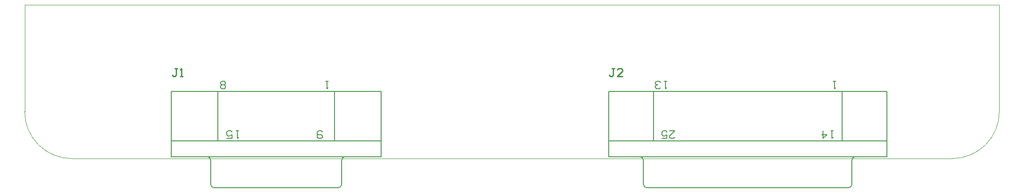
<source format=gto>
%FSLAX44Y44*%
%MOMM*%
G71*
G01*
G75*
G04 Layer_Color=65535*
%ADD10C,1.6900*%
%ADD11R,1.6900X1.6900*%
%ADD12C,4.7600*%
%ADD13C,1.6900*%
%ADD14C,4.8000*%
%ADD15C,6.0000*%
%ADD16C,0.1000*%
%ADD17C,0.2000*%
%ADD18C,0.2540*%
%ADD19C,0.1500*%
D16*
X-930000Y90000D02*
G03*
X-840000Y0I90000J0D01*
G01*
X840000D02*
G03*
X930000Y90000I0J90000D01*
G01*
Y295000D01*
X-930000Y90000D02*
Y295000D01*
X930000D01*
X-840000Y0D02*
X840000D01*
D17*
X641710Y-56200D02*
G03*
X648660Y-49250I0J6950D01*
G01*
X250710Y-3200D02*
G03*
X243760Y3750I-6950J0D01*
G01*
X655660D02*
G03*
X648710Y-3200I0J-6950D01*
G01*
X250760Y-49250D02*
G03*
X257710Y-56200I6950J0D01*
G01*
X-575000Y-3200D02*
G03*
X-581950Y3750I-6950J0D01*
G01*
X-318050D02*
G03*
X-325000Y-3200I0J-6950D01*
G01*
X-574950Y-49250D02*
G03*
X-568000Y-56200I6950J0D01*
G01*
X-332000D02*
G03*
X-325050Y-49250I0J6950D01*
G01*
X184210Y33800D02*
X715210D01*
X648710Y-49200D02*
Y-3200D01*
X250710Y-49200D02*
Y-3200D01*
X257710Y-56200D02*
X641710D01*
X629710Y33800D02*
Y128800D01*
X184210Y3800D02*
X715210D01*
X269710Y33800D02*
Y128800D01*
X184210D02*
X715210D01*
Y3800D02*
Y128800D01*
X184210Y3800D02*
Y128800D01*
X-650000Y33800D02*
X-250000D01*
X-338600D02*
Y128800D01*
X-650000Y3800D02*
X-250000D01*
X-561400Y33800D02*
Y128800D01*
X-650000D02*
X-250000D01*
X-568000Y-56200D02*
X-332000D01*
X-325000Y-49200D02*
Y-3200D01*
X-575000Y-49200D02*
Y-3200D01*
X-250000Y3800D02*
Y128800D01*
X-650000Y3800D02*
Y128800D01*
D18*
X195959Y172869D02*
X190880D01*
X193420D01*
Y160173D01*
X190880Y157634D01*
X188341D01*
X185802Y160173D01*
X211194Y157634D02*
X201037D01*
X211194Y167791D01*
Y170330D01*
X208655Y172869D01*
X203576D01*
X201037Y170330D01*
X-638177Y172869D02*
X-643256D01*
X-640716D01*
Y160173D01*
X-643256Y157634D01*
X-645795D01*
X-648334Y160173D01*
X-633099Y157634D02*
X-628021D01*
X-630560D01*
Y172869D01*
X-633099Y170330D01*
D19*
X618410Y148550D02*
X613411D01*
X615911D01*
Y133555D01*
X618410Y136054D01*
X295840Y148550D02*
X290842D01*
X293341D01*
Y133555D01*
X295840Y136054D01*
X283344D02*
X280845Y133555D01*
X275846D01*
X273347Y136054D01*
Y138553D01*
X275846Y141052D01*
X278346D01*
X275846D01*
X273347Y143552D01*
Y146051D01*
X275846Y148550D01*
X280845D01*
X283344Y146051D01*
X613355Y53550D02*
X608357D01*
X610856D01*
Y38555D01*
X613355Y41054D01*
X593361Y53550D02*
Y38555D01*
X600859Y46052D01*
X590862D01*
X300898Y53550D02*
X310895D01*
X300898Y43553D01*
Y41054D01*
X303397Y38555D01*
X308396D01*
X310895Y41054D01*
X285903Y38555D02*
X295900D01*
Y46052D01*
X290901Y43553D01*
X288402D01*
X285903Y46052D01*
Y51051D01*
X288402Y53550D01*
X293401D01*
X295900Y51051D01*
X-361900D02*
X-364399Y53550D01*
X-369398D01*
X-371897Y51051D01*
Y41054D01*
X-369398Y38555D01*
X-364399D01*
X-361900Y41054D01*
Y43553D01*
X-364399Y46052D01*
X-371897D01*
X-521850Y53550D02*
X-526848D01*
X-524349D01*
Y38555D01*
X-521850Y41054D01*
X-544343Y38555D02*
X-534346D01*
Y46052D01*
X-539344Y43553D01*
X-541843D01*
X-544343Y46052D01*
Y51051D01*
X-541843Y53550D01*
X-536845D01*
X-534346Y51051D01*
X-546520Y136054D02*
X-549019Y133555D01*
X-554017D01*
X-556517Y136054D01*
Y138553D01*
X-554017Y141052D01*
X-556517Y143552D01*
Y146051D01*
X-554017Y148550D01*
X-549019D01*
X-546520Y146051D01*
Y143552D01*
X-549019Y141052D01*
X-546520Y138553D01*
Y136054D01*
X-549019Y141052D02*
X-554017D01*
X-350550Y148550D02*
X-355548D01*
X-353049D01*
Y133555D01*
X-350550Y136054D01*
M02*

</source>
